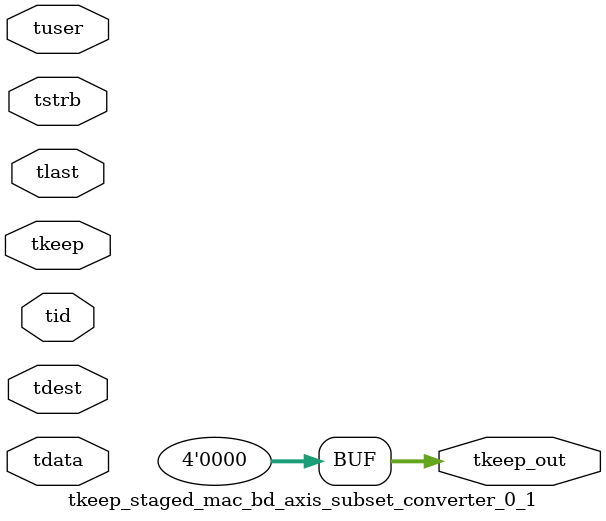
<source format=v>


`timescale 1ps/1ps

module tkeep_staged_mac_bd_axis_subset_converter_0_1 #
(
parameter C_S_AXIS_TDATA_WIDTH = 32,
parameter C_S_AXIS_TUSER_WIDTH = 0,
parameter C_S_AXIS_TID_WIDTH   = 0,
parameter C_S_AXIS_TDEST_WIDTH = 0,
parameter C_M_AXIS_TDATA_WIDTH = 32
)
(
input  [(C_S_AXIS_TDATA_WIDTH == 0 ? 1 : C_S_AXIS_TDATA_WIDTH)-1:0     ] tdata,
input  [(C_S_AXIS_TUSER_WIDTH == 0 ? 1 : C_S_AXIS_TUSER_WIDTH)-1:0     ] tuser,
input  [(C_S_AXIS_TID_WIDTH   == 0 ? 1 : C_S_AXIS_TID_WIDTH)-1:0       ] tid,
input  [(C_S_AXIS_TDEST_WIDTH == 0 ? 1 : C_S_AXIS_TDEST_WIDTH)-1:0     ] tdest,
input  [(C_S_AXIS_TDATA_WIDTH/8)-1:0 ] tkeep,
input  [(C_S_AXIS_TDATA_WIDTH/8)-1:0 ] tstrb,
input                                                                    tlast,
output [(C_M_AXIS_TDATA_WIDTH/8)-1:0 ] tkeep_out
);

assign tkeep_out = {1'b0};

endmodule


</source>
